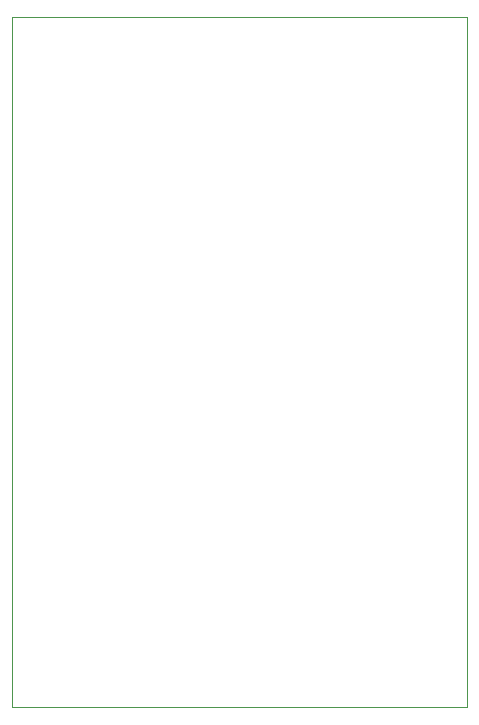
<source format=gbr>
%TF.GenerationSoftware,KiCad,Pcbnew,7.0.9*%
%TF.CreationDate,2024-05-10T23:34:41+03:00*%
%TF.ProjectId,switch emergent,73776974-6368-4206-956d-657267656e74,rev?*%
%TF.SameCoordinates,Original*%
%TF.FileFunction,Profile,NP*%
%FSLAX46Y46*%
G04 Gerber Fmt 4.6, Leading zero omitted, Abs format (unit mm)*
G04 Created by KiCad (PCBNEW 7.0.9) date 2024-05-10 23:34:41*
%MOMM*%
%LPD*%
G01*
G04 APERTURE LIST*
%TA.AperFunction,Profile*%
%ADD10C,0.100000*%
%TD*%
G04 APERTURE END LIST*
D10*
X56650000Y-63750000D02*
X95150000Y-63750000D01*
X95150000Y-122150000D01*
X56650000Y-122150000D01*
X56650000Y-63750000D01*
M02*

</source>
